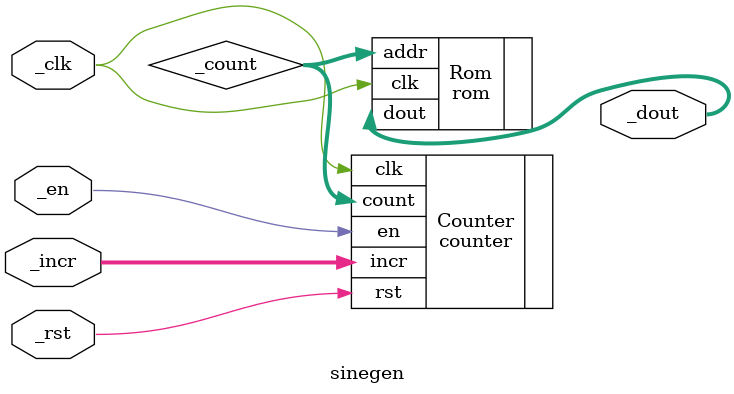
<source format=sv>
`include "counter.sv"
`include "rom.sv"


module sinegen #(
    parameter WIDTH = 8
)(
    // interface signals
    input logic [WIDTH-1:0] _incr,
    input logic _rst,
    input logic _en,
    input logic _clk,
    output logic [WIDTH-1:0] _dout 
);

// interconnect wirte
logic [WIDTH-1:0] _count;

counter Counter(
    .incr(_incr),
    .rst(_rst),
    .en(_en),
    .clk(_clk),
    .count(_count)
);

rom Rom(
    .addr(_count),
    .clk(_clk),
    .dout(_dout)
);

endmodule

</source>
